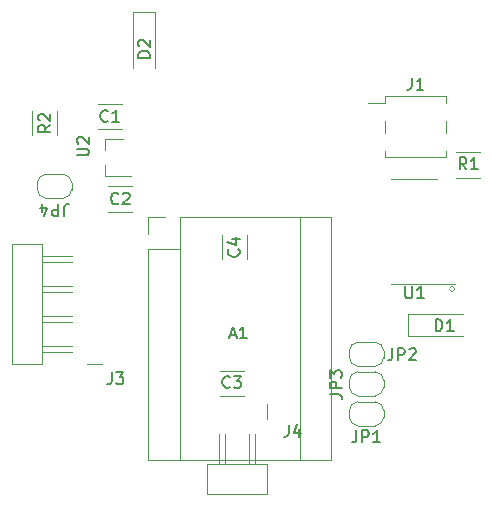
<source format=gbr>
%TF.GenerationSoftware,KiCad,Pcbnew,7.0.1*%
%TF.CreationDate,2024-04-02T19:32:24+05:30*%
%TF.ProjectId,SAMD11_DRV8825_NEM17,53414d44-3131-45f4-9452-56383832355f,rev?*%
%TF.SameCoordinates,Original*%
%TF.FileFunction,Legend,Top*%
%TF.FilePolarity,Positive*%
%FSLAX46Y46*%
G04 Gerber Fmt 4.6, Leading zero omitted, Abs format (unit mm)*
G04 Created by KiCad (PCBNEW 7.0.1) date 2024-04-02 19:32:24*
%MOMM*%
%LPD*%
G01*
G04 APERTURE LIST*
%ADD10C,0.150000*%
%ADD11C,0.120000*%
G04 APERTURE END LIST*
D10*
%TO.C,C4*%
X187804380Y-80462666D02*
X187852000Y-80510285D01*
X187852000Y-80510285D02*
X187899619Y-80653142D01*
X187899619Y-80653142D02*
X187899619Y-80748380D01*
X187899619Y-80748380D02*
X187852000Y-80891237D01*
X187852000Y-80891237D02*
X187756761Y-80986475D01*
X187756761Y-80986475D02*
X187661523Y-81034094D01*
X187661523Y-81034094D02*
X187471047Y-81081713D01*
X187471047Y-81081713D02*
X187328190Y-81081713D01*
X187328190Y-81081713D02*
X187137714Y-81034094D01*
X187137714Y-81034094D02*
X187042476Y-80986475D01*
X187042476Y-80986475D02*
X186947238Y-80891237D01*
X186947238Y-80891237D02*
X186899619Y-80748380D01*
X186899619Y-80748380D02*
X186899619Y-80653142D01*
X186899619Y-80653142D02*
X186947238Y-80510285D01*
X186947238Y-80510285D02*
X186994857Y-80462666D01*
X187232952Y-79605523D02*
X187899619Y-79605523D01*
X186852000Y-79843618D02*
X187566285Y-80081713D01*
X187566285Y-80081713D02*
X187566285Y-79462666D01*
%TO.C,D1*%
X204493905Y-87400619D02*
X204493905Y-86400619D01*
X204493905Y-86400619D02*
X204732000Y-86400619D01*
X204732000Y-86400619D02*
X204874857Y-86448238D01*
X204874857Y-86448238D02*
X204970095Y-86543476D01*
X204970095Y-86543476D02*
X205017714Y-86638714D01*
X205017714Y-86638714D02*
X205065333Y-86829190D01*
X205065333Y-86829190D02*
X205065333Y-86972047D01*
X205065333Y-86972047D02*
X205017714Y-87162523D01*
X205017714Y-87162523D02*
X204970095Y-87257761D01*
X204970095Y-87257761D02*
X204874857Y-87353000D01*
X204874857Y-87353000D02*
X204732000Y-87400619D01*
X204732000Y-87400619D02*
X204493905Y-87400619D01*
X206017714Y-87400619D02*
X205446286Y-87400619D01*
X205732000Y-87400619D02*
X205732000Y-86400619D01*
X205732000Y-86400619D02*
X205636762Y-86543476D01*
X205636762Y-86543476D02*
X205541524Y-86638714D01*
X205541524Y-86638714D02*
X205446286Y-86686333D01*
%TO.C,C3*%
X187070133Y-92117880D02*
X187022514Y-92165500D01*
X187022514Y-92165500D02*
X186879657Y-92213119D01*
X186879657Y-92213119D02*
X186784419Y-92213119D01*
X186784419Y-92213119D02*
X186641562Y-92165500D01*
X186641562Y-92165500D02*
X186546324Y-92070261D01*
X186546324Y-92070261D02*
X186498705Y-91975023D01*
X186498705Y-91975023D02*
X186451086Y-91784547D01*
X186451086Y-91784547D02*
X186451086Y-91641690D01*
X186451086Y-91641690D02*
X186498705Y-91451214D01*
X186498705Y-91451214D02*
X186546324Y-91355976D01*
X186546324Y-91355976D02*
X186641562Y-91260738D01*
X186641562Y-91260738D02*
X186784419Y-91213119D01*
X186784419Y-91213119D02*
X186879657Y-91213119D01*
X186879657Y-91213119D02*
X187022514Y-91260738D01*
X187022514Y-91260738D02*
X187070133Y-91308357D01*
X187403467Y-91213119D02*
X188022514Y-91213119D01*
X188022514Y-91213119D02*
X187689181Y-91594071D01*
X187689181Y-91594071D02*
X187832038Y-91594071D01*
X187832038Y-91594071D02*
X187927276Y-91641690D01*
X187927276Y-91641690D02*
X187974895Y-91689309D01*
X187974895Y-91689309D02*
X188022514Y-91784547D01*
X188022514Y-91784547D02*
X188022514Y-92022642D01*
X188022514Y-92022642D02*
X187974895Y-92117880D01*
X187974895Y-92117880D02*
X187927276Y-92165500D01*
X187927276Y-92165500D02*
X187832038Y-92213119D01*
X187832038Y-92213119D02*
X187546324Y-92213119D01*
X187546324Y-92213119D02*
X187451086Y-92165500D01*
X187451086Y-92165500D02*
X187403467Y-92117880D01*
%TO.C,J4*%
X192059809Y-95347619D02*
X192059809Y-96061904D01*
X192059809Y-96061904D02*
X192012190Y-96204761D01*
X192012190Y-96204761D02*
X191916952Y-96300000D01*
X191916952Y-96300000D02*
X191774095Y-96347619D01*
X191774095Y-96347619D02*
X191678857Y-96347619D01*
X192964571Y-95680952D02*
X192964571Y-96347619D01*
X192726476Y-95300000D02*
X192488381Y-96014285D01*
X192488381Y-96014285D02*
X193107428Y-96014285D01*
%TO.C,D2*%
X180309619Y-64238094D02*
X179309619Y-64238094D01*
X179309619Y-64238094D02*
X179309619Y-63999999D01*
X179309619Y-63999999D02*
X179357238Y-63857142D01*
X179357238Y-63857142D02*
X179452476Y-63761904D01*
X179452476Y-63761904D02*
X179547714Y-63714285D01*
X179547714Y-63714285D02*
X179738190Y-63666666D01*
X179738190Y-63666666D02*
X179881047Y-63666666D01*
X179881047Y-63666666D02*
X180071523Y-63714285D01*
X180071523Y-63714285D02*
X180166761Y-63761904D01*
X180166761Y-63761904D02*
X180262000Y-63857142D01*
X180262000Y-63857142D02*
X180309619Y-63999999D01*
X180309619Y-63999999D02*
X180309619Y-64238094D01*
X179404857Y-63285713D02*
X179357238Y-63238094D01*
X179357238Y-63238094D02*
X179309619Y-63142856D01*
X179309619Y-63142856D02*
X179309619Y-62904761D01*
X179309619Y-62904761D02*
X179357238Y-62809523D01*
X179357238Y-62809523D02*
X179404857Y-62761904D01*
X179404857Y-62761904D02*
X179500095Y-62714285D01*
X179500095Y-62714285D02*
X179595333Y-62714285D01*
X179595333Y-62714285D02*
X179738190Y-62761904D01*
X179738190Y-62761904D02*
X180309619Y-63333332D01*
X180309619Y-63333332D02*
X180309619Y-62714285D01*
%TO.C,U1*%
X201934595Y-83601419D02*
X201934595Y-84410942D01*
X201934595Y-84410942D02*
X201982214Y-84506180D01*
X201982214Y-84506180D02*
X202029833Y-84553800D01*
X202029833Y-84553800D02*
X202125071Y-84601419D01*
X202125071Y-84601419D02*
X202315547Y-84601419D01*
X202315547Y-84601419D02*
X202410785Y-84553800D01*
X202410785Y-84553800D02*
X202458404Y-84506180D01*
X202458404Y-84506180D02*
X202506023Y-84410942D01*
X202506023Y-84410942D02*
X202506023Y-83601419D01*
X203506023Y-84601419D02*
X202934595Y-84601419D01*
X203220309Y-84601419D02*
X203220309Y-83601419D01*
X203220309Y-83601419D02*
X203125071Y-83744276D01*
X203125071Y-83744276D02*
X203029833Y-83839514D01*
X203029833Y-83839514D02*
X202934595Y-83887133D01*
%TO.C,C2*%
X177633333Y-76567380D02*
X177585714Y-76615000D01*
X177585714Y-76615000D02*
X177442857Y-76662619D01*
X177442857Y-76662619D02*
X177347619Y-76662619D01*
X177347619Y-76662619D02*
X177204762Y-76615000D01*
X177204762Y-76615000D02*
X177109524Y-76519761D01*
X177109524Y-76519761D02*
X177061905Y-76424523D01*
X177061905Y-76424523D02*
X177014286Y-76234047D01*
X177014286Y-76234047D02*
X177014286Y-76091190D01*
X177014286Y-76091190D02*
X177061905Y-75900714D01*
X177061905Y-75900714D02*
X177109524Y-75805476D01*
X177109524Y-75805476D02*
X177204762Y-75710238D01*
X177204762Y-75710238D02*
X177347619Y-75662619D01*
X177347619Y-75662619D02*
X177442857Y-75662619D01*
X177442857Y-75662619D02*
X177585714Y-75710238D01*
X177585714Y-75710238D02*
X177633333Y-75757857D01*
X178014286Y-75757857D02*
X178061905Y-75710238D01*
X178061905Y-75710238D02*
X178157143Y-75662619D01*
X178157143Y-75662619D02*
X178395238Y-75662619D01*
X178395238Y-75662619D02*
X178490476Y-75710238D01*
X178490476Y-75710238D02*
X178538095Y-75757857D01*
X178538095Y-75757857D02*
X178585714Y-75853095D01*
X178585714Y-75853095D02*
X178585714Y-75948333D01*
X178585714Y-75948333D02*
X178538095Y-76091190D01*
X178538095Y-76091190D02*
X177966667Y-76662619D01*
X177966667Y-76662619D02*
X178585714Y-76662619D01*
%TO.C,U2*%
X174144619Y-72516904D02*
X174954142Y-72516904D01*
X174954142Y-72516904D02*
X175049380Y-72469285D01*
X175049380Y-72469285D02*
X175097000Y-72421666D01*
X175097000Y-72421666D02*
X175144619Y-72326428D01*
X175144619Y-72326428D02*
X175144619Y-72135952D01*
X175144619Y-72135952D02*
X175097000Y-72040714D01*
X175097000Y-72040714D02*
X175049380Y-71993095D01*
X175049380Y-71993095D02*
X174954142Y-71945476D01*
X174954142Y-71945476D02*
X174144619Y-71945476D01*
X174239857Y-71516904D02*
X174192238Y-71469285D01*
X174192238Y-71469285D02*
X174144619Y-71374047D01*
X174144619Y-71374047D02*
X174144619Y-71135952D01*
X174144619Y-71135952D02*
X174192238Y-71040714D01*
X174192238Y-71040714D02*
X174239857Y-70993095D01*
X174239857Y-70993095D02*
X174335095Y-70945476D01*
X174335095Y-70945476D02*
X174430333Y-70945476D01*
X174430333Y-70945476D02*
X174573190Y-70993095D01*
X174573190Y-70993095D02*
X175144619Y-71564523D01*
X175144619Y-71564523D02*
X175144619Y-70945476D01*
%TO.C,JP4*%
X173045333Y-77626380D02*
X173045333Y-76912095D01*
X173045333Y-76912095D02*
X173092952Y-76769238D01*
X173092952Y-76769238D02*
X173188190Y-76674000D01*
X173188190Y-76674000D02*
X173331047Y-76626380D01*
X173331047Y-76626380D02*
X173426285Y-76626380D01*
X172569142Y-76626380D02*
X172569142Y-77626380D01*
X172569142Y-77626380D02*
X172188190Y-77626380D01*
X172188190Y-77626380D02*
X172092952Y-77578761D01*
X172092952Y-77578761D02*
X172045333Y-77531142D01*
X172045333Y-77531142D02*
X171997714Y-77435904D01*
X171997714Y-77435904D02*
X171997714Y-77293047D01*
X171997714Y-77293047D02*
X172045333Y-77197809D01*
X172045333Y-77197809D02*
X172092952Y-77150190D01*
X172092952Y-77150190D02*
X172188190Y-77102571D01*
X172188190Y-77102571D02*
X172569142Y-77102571D01*
X171140571Y-77293047D02*
X171140571Y-76626380D01*
X171378666Y-77674000D02*
X171616761Y-76959714D01*
X171616761Y-76959714D02*
X170997714Y-76959714D01*
%TO.C,R2*%
X171867819Y-69931966D02*
X171391628Y-70265299D01*
X171867819Y-70503394D02*
X170867819Y-70503394D01*
X170867819Y-70503394D02*
X170867819Y-70122442D01*
X170867819Y-70122442D02*
X170915438Y-70027204D01*
X170915438Y-70027204D02*
X170963057Y-69979585D01*
X170963057Y-69979585D02*
X171058295Y-69931966D01*
X171058295Y-69931966D02*
X171201152Y-69931966D01*
X171201152Y-69931966D02*
X171296390Y-69979585D01*
X171296390Y-69979585D02*
X171344009Y-70027204D01*
X171344009Y-70027204D02*
X171391628Y-70122442D01*
X171391628Y-70122442D02*
X171391628Y-70503394D01*
X170963057Y-69551013D02*
X170915438Y-69503394D01*
X170915438Y-69503394D02*
X170867819Y-69408156D01*
X170867819Y-69408156D02*
X170867819Y-69170061D01*
X170867819Y-69170061D02*
X170915438Y-69074823D01*
X170915438Y-69074823D02*
X170963057Y-69027204D01*
X170963057Y-69027204D02*
X171058295Y-68979585D01*
X171058295Y-68979585D02*
X171153533Y-68979585D01*
X171153533Y-68979585D02*
X171296390Y-69027204D01*
X171296390Y-69027204D02*
X171867819Y-69598632D01*
X171867819Y-69598632D02*
X171867819Y-68979585D01*
%TO.C,C1*%
X176743333Y-69582380D02*
X176695714Y-69630000D01*
X176695714Y-69630000D02*
X176552857Y-69677619D01*
X176552857Y-69677619D02*
X176457619Y-69677619D01*
X176457619Y-69677619D02*
X176314762Y-69630000D01*
X176314762Y-69630000D02*
X176219524Y-69534761D01*
X176219524Y-69534761D02*
X176171905Y-69439523D01*
X176171905Y-69439523D02*
X176124286Y-69249047D01*
X176124286Y-69249047D02*
X176124286Y-69106190D01*
X176124286Y-69106190D02*
X176171905Y-68915714D01*
X176171905Y-68915714D02*
X176219524Y-68820476D01*
X176219524Y-68820476D02*
X176314762Y-68725238D01*
X176314762Y-68725238D02*
X176457619Y-68677619D01*
X176457619Y-68677619D02*
X176552857Y-68677619D01*
X176552857Y-68677619D02*
X176695714Y-68725238D01*
X176695714Y-68725238D02*
X176743333Y-68772857D01*
X177695714Y-69677619D02*
X177124286Y-69677619D01*
X177410000Y-69677619D02*
X177410000Y-68677619D01*
X177410000Y-68677619D02*
X177314762Y-68820476D01*
X177314762Y-68820476D02*
X177219524Y-68915714D01*
X177219524Y-68915714D02*
X177124286Y-68963333D01*
%TO.C,R1*%
X207097333Y-73692719D02*
X206764000Y-73216528D01*
X206525905Y-73692719D02*
X206525905Y-72692719D01*
X206525905Y-72692719D02*
X206906857Y-72692719D01*
X206906857Y-72692719D02*
X207002095Y-72740338D01*
X207002095Y-72740338D02*
X207049714Y-72787957D01*
X207049714Y-72787957D02*
X207097333Y-72883195D01*
X207097333Y-72883195D02*
X207097333Y-73026052D01*
X207097333Y-73026052D02*
X207049714Y-73121290D01*
X207049714Y-73121290D02*
X207002095Y-73168909D01*
X207002095Y-73168909D02*
X206906857Y-73216528D01*
X206906857Y-73216528D02*
X206525905Y-73216528D01*
X208049714Y-73692719D02*
X207478286Y-73692719D01*
X207764000Y-73692719D02*
X207764000Y-72692719D01*
X207764000Y-72692719D02*
X207668762Y-72835576D01*
X207668762Y-72835576D02*
X207573524Y-72930814D01*
X207573524Y-72930814D02*
X207478286Y-72978433D01*
%TO.C,JP2*%
X200827658Y-88858278D02*
X200827658Y-89572563D01*
X200827658Y-89572563D02*
X200780039Y-89715420D01*
X200780039Y-89715420D02*
X200684801Y-89810659D01*
X200684801Y-89810659D02*
X200541944Y-89858278D01*
X200541944Y-89858278D02*
X200446706Y-89858278D01*
X201303849Y-89858278D02*
X201303849Y-88858278D01*
X201303849Y-88858278D02*
X201684801Y-88858278D01*
X201684801Y-88858278D02*
X201780039Y-88905897D01*
X201780039Y-88905897D02*
X201827658Y-88953516D01*
X201827658Y-88953516D02*
X201875277Y-89048754D01*
X201875277Y-89048754D02*
X201875277Y-89191611D01*
X201875277Y-89191611D02*
X201827658Y-89286849D01*
X201827658Y-89286849D02*
X201780039Y-89334468D01*
X201780039Y-89334468D02*
X201684801Y-89382087D01*
X201684801Y-89382087D02*
X201303849Y-89382087D01*
X202256230Y-88953516D02*
X202303849Y-88905897D01*
X202303849Y-88905897D02*
X202399087Y-88858278D01*
X202399087Y-88858278D02*
X202637182Y-88858278D01*
X202637182Y-88858278D02*
X202732420Y-88905897D01*
X202732420Y-88905897D02*
X202780039Y-88953516D01*
X202780039Y-88953516D02*
X202827658Y-89048754D01*
X202827658Y-89048754D02*
X202827658Y-89143992D01*
X202827658Y-89143992D02*
X202780039Y-89286849D01*
X202780039Y-89286849D02*
X202208611Y-89858278D01*
X202208611Y-89858278D02*
X202827658Y-89858278D01*
%TO.C,A1*%
X187071014Y-87734104D02*
X187547204Y-87734104D01*
X186975776Y-88019819D02*
X187309109Y-87019819D01*
X187309109Y-87019819D02*
X187642442Y-88019819D01*
X188499585Y-88019819D02*
X187928157Y-88019819D01*
X188213871Y-88019819D02*
X188213871Y-87019819D01*
X188213871Y-87019819D02*
X188118633Y-87162676D01*
X188118633Y-87162676D02*
X188023395Y-87257914D01*
X188023395Y-87257914D02*
X187928157Y-87305533D01*
%TO.C,JP1*%
X197794666Y-95804319D02*
X197794666Y-96518604D01*
X197794666Y-96518604D02*
X197747047Y-96661461D01*
X197747047Y-96661461D02*
X197651809Y-96756700D01*
X197651809Y-96756700D02*
X197508952Y-96804319D01*
X197508952Y-96804319D02*
X197413714Y-96804319D01*
X198270857Y-96804319D02*
X198270857Y-95804319D01*
X198270857Y-95804319D02*
X198651809Y-95804319D01*
X198651809Y-95804319D02*
X198747047Y-95851938D01*
X198747047Y-95851938D02*
X198794666Y-95899557D01*
X198794666Y-95899557D02*
X198842285Y-95994795D01*
X198842285Y-95994795D02*
X198842285Y-96137652D01*
X198842285Y-96137652D02*
X198794666Y-96232890D01*
X198794666Y-96232890D02*
X198747047Y-96280509D01*
X198747047Y-96280509D02*
X198651809Y-96328128D01*
X198651809Y-96328128D02*
X198270857Y-96328128D01*
X199794666Y-96804319D02*
X199223238Y-96804319D01*
X199508952Y-96804319D02*
X199508952Y-95804319D01*
X199508952Y-95804319D02*
X199413714Y-95947176D01*
X199413714Y-95947176D02*
X199318476Y-96042414D01*
X199318476Y-96042414D02*
X199223238Y-96090033D01*
%TO.C,JP3*%
X195550619Y-92730033D02*
X196264904Y-92730033D01*
X196264904Y-92730033D02*
X196407761Y-92777652D01*
X196407761Y-92777652D02*
X196503000Y-92872890D01*
X196503000Y-92872890D02*
X196550619Y-93015747D01*
X196550619Y-93015747D02*
X196550619Y-93110985D01*
X196550619Y-92253842D02*
X195550619Y-92253842D01*
X195550619Y-92253842D02*
X195550619Y-91872890D01*
X195550619Y-91872890D02*
X195598238Y-91777652D01*
X195598238Y-91777652D02*
X195645857Y-91730033D01*
X195645857Y-91730033D02*
X195741095Y-91682414D01*
X195741095Y-91682414D02*
X195883952Y-91682414D01*
X195883952Y-91682414D02*
X195979190Y-91730033D01*
X195979190Y-91730033D02*
X196026809Y-91777652D01*
X196026809Y-91777652D02*
X196074428Y-91872890D01*
X196074428Y-91872890D02*
X196074428Y-92253842D01*
X195550619Y-91349080D02*
X195550619Y-90730033D01*
X195550619Y-90730033D02*
X195931571Y-91063366D01*
X195931571Y-91063366D02*
X195931571Y-90920509D01*
X195931571Y-90920509D02*
X195979190Y-90825271D01*
X195979190Y-90825271D02*
X196026809Y-90777652D01*
X196026809Y-90777652D02*
X196122047Y-90730033D01*
X196122047Y-90730033D02*
X196360142Y-90730033D01*
X196360142Y-90730033D02*
X196455380Y-90777652D01*
X196455380Y-90777652D02*
X196503000Y-90825271D01*
X196503000Y-90825271D02*
X196550619Y-90920509D01*
X196550619Y-90920509D02*
X196550619Y-91206223D01*
X196550619Y-91206223D02*
X196503000Y-91301461D01*
X196503000Y-91301461D02*
X196455380Y-91349080D01*
%TO.C,J1*%
X202457266Y-65953419D02*
X202457266Y-66667704D01*
X202457266Y-66667704D02*
X202409647Y-66810561D01*
X202409647Y-66810561D02*
X202314409Y-66905800D01*
X202314409Y-66905800D02*
X202171552Y-66953419D01*
X202171552Y-66953419D02*
X202076314Y-66953419D01*
X203457266Y-66953419D02*
X202885838Y-66953419D01*
X203171552Y-66953419D02*
X203171552Y-65953419D01*
X203171552Y-65953419D02*
X203076314Y-66096276D01*
X203076314Y-66096276D02*
X202981076Y-66191514D01*
X202981076Y-66191514D02*
X202885838Y-66239133D01*
%TO.C,J3*%
X177067809Y-90892619D02*
X177067809Y-91606904D01*
X177067809Y-91606904D02*
X177020190Y-91749761D01*
X177020190Y-91749761D02*
X176924952Y-91845000D01*
X176924952Y-91845000D02*
X176782095Y-91892619D01*
X176782095Y-91892619D02*
X176686857Y-91892619D01*
X177448762Y-90892619D02*
X178067809Y-90892619D01*
X178067809Y-90892619D02*
X177734476Y-91273571D01*
X177734476Y-91273571D02*
X177877333Y-91273571D01*
X177877333Y-91273571D02*
X177972571Y-91321190D01*
X177972571Y-91321190D02*
X178020190Y-91368809D01*
X178020190Y-91368809D02*
X178067809Y-91464047D01*
X178067809Y-91464047D02*
X178067809Y-91702142D01*
X178067809Y-91702142D02*
X178020190Y-91797380D01*
X178020190Y-91797380D02*
X177972571Y-91845000D01*
X177972571Y-91845000D02*
X177877333Y-91892619D01*
X177877333Y-91892619D02*
X177591619Y-91892619D01*
X177591619Y-91892619D02*
X177496381Y-91845000D01*
X177496381Y-91845000D02*
X177448762Y-91797380D01*
D11*
%TO.C,C4*%
X186382000Y-81296000D02*
X186382000Y-79296000D01*
X188522000Y-79296000D02*
X188522000Y-81296000D01*
%TO.C,D1*%
X202132000Y-85918000D02*
X202132000Y-87818000D01*
X202132000Y-85918000D02*
X206832000Y-85918000D01*
X202132000Y-87818000D02*
X206832000Y-87818000D01*
%TO.C,C3*%
X188236800Y-92895500D02*
X186236800Y-92895500D01*
X186236800Y-90755500D02*
X188236800Y-90755500D01*
%TO.C,J4*%
X190246000Y-93585000D02*
X190246000Y-94855000D01*
X190246000Y-98665000D02*
X190246000Y-101205000D01*
X189230000Y-98665000D02*
X189230000Y-96125000D01*
X188722000Y-98665000D02*
X188722000Y-96125000D01*
X186690000Y-98665000D02*
X186690000Y-96125000D01*
X186182000Y-98665000D02*
X186182000Y-96125000D01*
X185166000Y-98665000D02*
X190246000Y-98665000D01*
X190246000Y-101205000D02*
X185166000Y-101205000D01*
X185166000Y-101205000D02*
X185166000Y-98665000D01*
%TO.C,D2*%
X180782000Y-60400000D02*
X178882000Y-60400000D01*
X180782000Y-60400000D02*
X180782000Y-65100000D01*
X178882000Y-60400000D02*
X178882000Y-65100000D01*
%TO.C,U1*%
X202696500Y-83373800D02*
X206146500Y-83373800D01*
X202696500Y-83373800D02*
X200746500Y-83373800D01*
X202696500Y-74503800D02*
X204646500Y-74503800D01*
X202696500Y-74503800D02*
X200746500Y-74503800D01*
X206096500Y-83838800D02*
G75*
G03*
X206096500Y-83838800I-200000J0D01*
G01*
%TO.C,C2*%
X178800000Y-77270000D02*
X176800000Y-77270000D01*
X176800000Y-75130000D02*
X178800000Y-75130000D01*
%TO.C,U2*%
X176532000Y-74290000D02*
X178692000Y-74290000D01*
X176532000Y-74290000D02*
X176532000Y-73360000D01*
X176532000Y-71130000D02*
X177992000Y-71130000D01*
X176532000Y-71130000D02*
X176532000Y-72060000D01*
%TO.C,JP4*%
X173681073Y-74836602D02*
X173681073Y-75436602D01*
X172981073Y-76136602D02*
X171481073Y-76136602D01*
X171481073Y-74136602D02*
X172981073Y-74136602D01*
X170781073Y-75436602D02*
X170781073Y-74836602D01*
X172981073Y-76136602D02*
G75*
G03*
X173681073Y-75436602I1J699999D01*
G01*
X173681073Y-74836602D02*
G75*
G03*
X172981073Y-74136602I-699999J1D01*
G01*
X170781078Y-75436602D02*
G75*
G03*
X171481073Y-76136602I699992J-8D01*
G01*
X171481073Y-74136603D02*
G75*
G03*
X170781073Y-74836602I-3J-699997D01*
G01*
%TO.C,R2*%
X170335200Y-70765300D02*
X170335200Y-68765300D01*
X172475200Y-68765300D02*
X172475200Y-70765300D01*
%TO.C,C1*%
X177910000Y-70285000D02*
X175910000Y-70285000D01*
X175910000Y-68145000D02*
X177910000Y-68145000D01*
%TO.C,R1*%
X206264000Y-72265100D02*
X208264000Y-72265100D01*
X208264000Y-74405100D02*
X206264000Y-74405100D01*
%TO.C,JP2*%
X200097073Y-89056702D02*
X200097073Y-89656702D01*
X199397073Y-90356702D02*
X197897073Y-90356702D01*
X197897073Y-88356702D02*
X199397073Y-88356702D01*
X197197073Y-89656702D02*
X197197073Y-89056702D01*
X199397073Y-90356702D02*
G75*
G03*
X200097073Y-89656702I1J699999D01*
G01*
X200097073Y-89056702D02*
G75*
G03*
X199397073Y-88356702I-699999J1D01*
G01*
X197197078Y-89656702D02*
G75*
G03*
X197897073Y-90356702I699992J-8D01*
G01*
X197897073Y-88356703D02*
G75*
G03*
X197197073Y-89056702I-3J-699997D01*
G01*
%TO.C,A1*%
X180165300Y-77767200D02*
X180165300Y-79167200D01*
X180165300Y-80437200D02*
X180165300Y-98347200D01*
X180165300Y-98347200D02*
X195665300Y-98347200D01*
X181565300Y-77767200D02*
X180165300Y-77767200D01*
X182835300Y-77767200D02*
X182835300Y-80437200D01*
X182835300Y-80437200D02*
X180165300Y-80437200D01*
X182835300Y-80437200D02*
X182835300Y-98347200D01*
X192995300Y-77767200D02*
X192995300Y-98347200D01*
X195665300Y-77767200D02*
X182835300Y-77767200D01*
X195665300Y-98347200D02*
X195665300Y-77767200D01*
%TO.C,JP1*%
X200097073Y-94089302D02*
X200097073Y-94689302D01*
X199397073Y-95389302D02*
X197897073Y-95389302D01*
X197897073Y-93389302D02*
X199397073Y-93389302D01*
X197197073Y-94689302D02*
X197197073Y-94089302D01*
X199397073Y-95389302D02*
G75*
G03*
X200097073Y-94689302I1J699999D01*
G01*
X200097073Y-94089302D02*
G75*
G03*
X199397073Y-93389302I-699999J1D01*
G01*
X197197078Y-94689302D02*
G75*
G03*
X197897073Y-95389302I699992J-8D01*
G01*
X197897073Y-93389303D02*
G75*
G03*
X197197073Y-94089302I-3J-699997D01*
G01*
%TO.C,JP3*%
X200097073Y-91549302D02*
X200097073Y-92149302D01*
X199397073Y-92849302D02*
X197897073Y-92849302D01*
X197897073Y-90849302D02*
X199397073Y-90849302D01*
X197197073Y-92149302D02*
X197197073Y-91549302D01*
X199397073Y-92849302D02*
G75*
G03*
X200097073Y-92149302I1J699999D01*
G01*
X200097073Y-91549302D02*
G75*
G03*
X199397073Y-90849302I-699999J1D01*
G01*
X197197078Y-92149302D02*
G75*
G03*
X197897073Y-92849302I699992J-8D01*
G01*
X197897073Y-90849303D02*
G75*
G03*
X197197073Y-91549302I-3J-699997D01*
G01*
%TO.C,J1*%
X198750600Y-68060800D02*
X200190600Y-68060800D01*
X200190600Y-67490800D02*
X200190600Y-68060800D01*
X200190600Y-67490800D02*
X205390600Y-67490800D01*
X200190600Y-69580800D02*
X200190600Y-70600800D01*
X200190600Y-72120800D02*
X200190600Y-72690800D01*
X200190600Y-72690800D02*
X205390600Y-72690800D01*
X205390600Y-67490800D02*
X205390600Y-68060800D01*
X205390600Y-69580800D02*
X205390600Y-70600800D01*
X205390600Y-72120800D02*
X205390600Y-72690800D01*
%TO.C,J3*%
X176290000Y-90160000D02*
X175020000Y-90160000D01*
X171210000Y-90160000D02*
X168670000Y-90160000D01*
X171210000Y-89144000D02*
X173750000Y-89144000D01*
X171210000Y-88636000D02*
X173750000Y-88636000D01*
X171210000Y-86604000D02*
X173750000Y-86604000D01*
X171210000Y-86096000D02*
X173750000Y-86096000D01*
X171210000Y-84064000D02*
X173750000Y-84064000D01*
X171210000Y-83556000D02*
X173750000Y-83556000D01*
X171210000Y-81524000D02*
X173750000Y-81524000D01*
X171210000Y-81016000D02*
X173750000Y-81016000D01*
X171210000Y-80000000D02*
X171210000Y-90160000D01*
X168670000Y-90160000D02*
X168670000Y-80000000D01*
X168670000Y-80000000D02*
X171210000Y-80000000D01*
%TD*%
M02*

</source>
